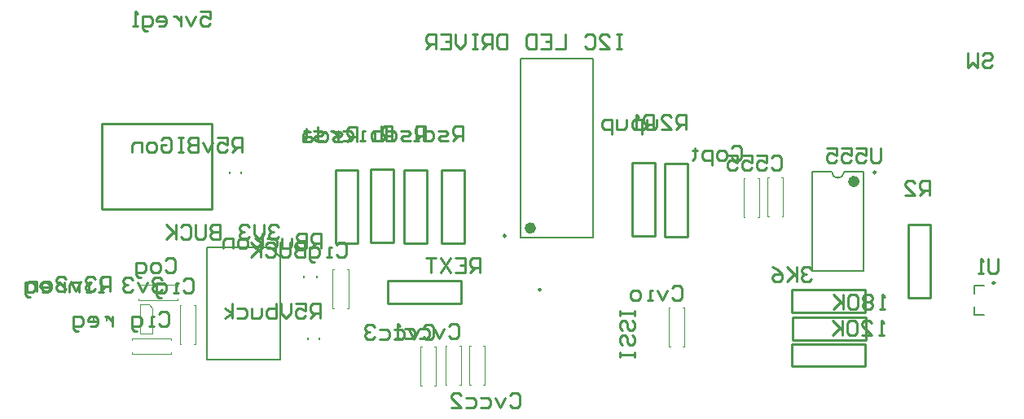
<source format=gbo>
G04 Layer_Color=13813960*
%FSLAX25Y25*%
%MOIN*%
G70*
G01*
G75*
%ADD14C,0.00787*%
%ADD35C,0.01000*%
%ADD36C,0.00984*%
%ADD62C,0.02362*%
%ADD63C,0.00300*%
%ADD64C,0.00200*%
D14*
X810098Y632480D02*
G03*
X815098Y632480I2500J0D01*
G01*
X682776Y605512D02*
Y678740D01*
X712500Y605512D02*
Y678740D01*
X682776Y605512D02*
X712500D01*
X682776Y678740D02*
X712500D01*
X868504Y573819D02*
Y577165D01*
Y573819D02*
X872441D01*
X868504Y582677D02*
Y586024D01*
X872441D01*
X600409Y563782D02*
Y564570D01*
X595881Y563782D02*
Y564570D01*
X513287Y571653D02*
Y572441D01*
X507972Y571653D02*
Y572441D01*
X802165Y591929D02*
X823032D01*
X802165Y632480D02*
X810098D01*
X815098D02*
X823032D01*
X802165Y591929D02*
Y632480D01*
X823032Y591929D02*
Y632480D01*
X568405Y631890D02*
Y632677D01*
X563878Y631890D02*
Y632677D01*
X580428Y601577D02*
X584365Y597640D01*
Y555514D02*
Y597640D01*
X554444Y601577D02*
X580428D01*
X554444Y555514D02*
Y601577D01*
Y555514D02*
X584365D01*
X599486Y589200D02*
Y589987D01*
X594171Y589200D02*
Y589987D01*
D35*
X690945Y584252D02*
G03*
X690945Y584252I-394J0D01*
G01*
X621508Y633643D02*
X630733D01*
Y603643D02*
Y633643D01*
X621508Y603643D02*
X630733D01*
X621508D02*
Y633643D01*
X606941Y633250D02*
X616166D01*
Y603250D02*
Y633250D01*
X606941Y603250D02*
X616166D01*
X606941D02*
Y633250D01*
X650423Y603367D02*
X659648D01*
X650423D02*
Y633367D01*
X659648D01*
Y603367D02*
Y633367D01*
X635068Y603367D02*
X644294D01*
X635068D02*
Y633367D01*
X644294D01*
Y603367D02*
Y633367D01*
X741813Y606010D02*
X751039D01*
X741813D02*
Y636010D01*
X751039D01*
Y606010D02*
Y636010D01*
X628307Y578571D02*
Y587796D01*
X658307D01*
Y578571D02*
Y587796D01*
X628307Y578571D02*
X658307D01*
X511358Y652382D02*
X556358D01*
X511358Y617382D02*
Y652382D01*
Y617382D02*
X556358D01*
Y652382D01*
X841338Y581063D02*
X850563D01*
X841338D02*
Y611063D01*
X850563D01*
Y581063D02*
Y611063D01*
X823661Y552755D02*
Y561980D01*
X793661Y552755D02*
X823661D01*
X793661D02*
Y561980D01*
X823661D01*
X728433Y606119D02*
X737658D01*
X728433D02*
Y636119D01*
X737658D01*
Y606119D02*
Y636119D01*
X823974Y563589D02*
Y572814D01*
X793974Y563589D02*
X823974D01*
X793974D02*
Y572814D01*
X823974D01*
X793661Y575028D02*
Y584253D01*
X823661D01*
Y575028D02*
Y584253D01*
X793661Y575028D02*
X823661D01*
X600595Y572626D02*
Y578624D01*
X597596D01*
X596596Y577624D01*
Y575625D01*
X597596Y574625D01*
X600595D01*
X598595D02*
X596596Y572626D01*
X590598Y578624D02*
X594597D01*
Y575625D01*
X592597Y576624D01*
X591598D01*
X590598Y575625D01*
Y573626D01*
X591598Y572626D01*
X593597D01*
X594597Y573626D01*
X588599Y578624D02*
Y574625D01*
X586599Y572626D01*
X584600Y574625D01*
Y578624D01*
X582600D02*
Y572626D01*
X579601D01*
X578602Y573626D01*
Y574625D01*
Y575625D01*
X579601Y576624D01*
X582600D01*
X576603D02*
Y573626D01*
X575603Y572626D01*
X572604D01*
Y576624D01*
X566606D02*
X569605D01*
X570604Y575625D01*
Y573626D01*
X569605Y572626D01*
X566606D01*
X564606D02*
Y578624D01*
Y574625D02*
X561607Y576624D01*
X564606Y574625D02*
X561607Y572626D01*
X568600Y640700D02*
Y646698D01*
X565601D01*
X564601Y645698D01*
Y643699D01*
X565601Y642699D01*
X568600D01*
X566601D02*
X564601Y640700D01*
X558603Y646698D02*
X562602D01*
Y643699D01*
X560603Y644699D01*
X559603D01*
X558603Y643699D01*
Y641700D01*
X559603Y640700D01*
X561602D01*
X562602Y641700D01*
X556604Y644699D02*
X554604Y640700D01*
X552605Y644699D01*
X550606Y646698D02*
Y640700D01*
X547607D01*
X546607Y641700D01*
Y642699D01*
X547607Y643699D01*
X550606D01*
X547607D01*
X546607Y644699D01*
Y645698D01*
X547607Y646698D01*
X550606D01*
X544608D02*
X542608D01*
X543608D01*
Y640700D01*
X544608D01*
X542608D01*
X535611Y645698D02*
X536610Y646698D01*
X538610D01*
X539609Y645698D01*
Y641700D01*
X538610Y640700D01*
X536610D01*
X535611Y641700D01*
Y643699D01*
X537610D01*
X532612Y640700D02*
X530612D01*
X529613Y641700D01*
Y643699D01*
X530612Y644699D01*
X532612D01*
X533611Y643699D01*
Y641700D01*
X532612Y640700D01*
X527613D02*
Y644699D01*
X524614D01*
X523615Y643699D01*
Y640700D01*
X536200Y588198D02*
X535200Y589198D01*
X533201D01*
X532201Y588198D01*
Y587199D01*
X533201Y586199D01*
X534201D01*
X533201D01*
X532201Y585199D01*
Y584200D01*
X533201Y583200D01*
X535200D01*
X536200Y584200D01*
X530202Y587199D02*
X528203Y583200D01*
X526203Y587199D01*
X524204Y588198D02*
X523204Y589198D01*
X521205D01*
X520205Y588198D01*
Y587199D01*
X521205Y586199D01*
X522204D01*
X521205D01*
X520205Y585199D01*
Y584200D01*
X521205Y583200D01*
X523204D01*
X524204Y584200D01*
X512208Y583200D02*
X510208D01*
X511208D01*
Y589198D01*
X512208D01*
X507209Y583200D02*
X505210D01*
X506210D01*
Y587199D01*
X507209D01*
X502211Y583200D02*
Y587199D01*
X499212D01*
X498212Y586199D01*
Y583200D01*
X496213Y587199D02*
Y583200D01*
Y585199D01*
X495213Y586199D01*
X494214Y587199D01*
X493214D01*
X487216Y583200D02*
X489215D01*
X490215Y584200D01*
Y586199D01*
X489215Y587199D01*
X487216D01*
X486216Y586199D01*
Y585199D01*
X490215D01*
X482218Y581201D02*
X481218D01*
X480218Y582200D01*
Y587199D01*
X483217D01*
X484217Y586199D01*
Y584200D01*
X483217Y583200D01*
X480218D01*
X801894Y592723D02*
X800895Y593722D01*
X798895D01*
X797896Y592723D01*
Y591723D01*
X798895Y590723D01*
X799895D01*
X798895D01*
X797896Y589724D01*
Y588724D01*
X798895Y587724D01*
X800895D01*
X801894Y588724D01*
X795896Y593722D02*
Y587724D01*
Y589724D01*
X791898Y593722D01*
X794897Y590723D01*
X791898Y587724D01*
X785900Y593722D02*
X787899Y592723D01*
X789898Y590723D01*
Y588724D01*
X788899Y587724D01*
X786899D01*
X785900Y588724D01*
Y589724D01*
X786899Y590723D01*
X789898D01*
X583800Y609998D02*
X582800Y610998D01*
X580801D01*
X579801Y609998D01*
Y608999D01*
X580801Y607999D01*
X581801D01*
X580801D01*
X579801Y606999D01*
Y606000D01*
X580801Y605000D01*
X582800D01*
X583800Y606000D01*
X577802Y610998D02*
Y606999D01*
X575803Y605000D01*
X573803Y606999D01*
Y610998D01*
X571804Y609998D02*
X570804Y610998D01*
X568805D01*
X567805Y609998D01*
Y608999D01*
X568805Y607999D01*
X569804D01*
X568805D01*
X567805Y606999D01*
Y606000D01*
X568805Y605000D01*
X570804D01*
X571804Y606000D01*
X559808Y610998D02*
Y605000D01*
X556809D01*
X555809Y606000D01*
Y606999D01*
X556809Y607999D01*
X559808D01*
X556809D01*
X555809Y608999D01*
Y609998D01*
X556809Y610998D01*
X559808D01*
X553810D02*
Y606000D01*
X552810Y605000D01*
X550811D01*
X549811Y606000D01*
Y610998D01*
X543813Y609998D02*
X544813Y610998D01*
X546812D01*
X547812Y609998D01*
Y606000D01*
X546812Y605000D01*
X544813D01*
X543813Y606000D01*
X541814Y610998D02*
Y605000D01*
Y606999D01*
X537815Y610998D01*
X540814Y607999D01*
X537815Y605000D01*
X551901Y698398D02*
X555900D01*
Y695399D01*
X553901Y696399D01*
X552901D01*
X551901Y695399D01*
Y693400D01*
X552901Y692400D01*
X554900D01*
X555900Y693400D01*
X549902Y696399D02*
X547903Y692400D01*
X545903Y696399D01*
X543904D02*
Y692400D01*
Y694399D01*
X542904Y695399D01*
X541904Y696399D01*
X540905D01*
X534907Y692400D02*
X536906D01*
X537906Y693400D01*
Y695399D01*
X536906Y696399D01*
X534907D01*
X533907Y695399D01*
Y694399D01*
X537906D01*
X529908Y690401D02*
X528909D01*
X527909Y691400D01*
Y696399D01*
X530908D01*
X531908Y695399D01*
Y693400D01*
X530908Y692400D01*
X527909D01*
X525910D02*
X523910D01*
X524910D01*
Y698398D01*
X525910Y697398D01*
X831394Y565524D02*
X829395D01*
X830395D01*
Y571523D01*
X831394Y570523D01*
X822397Y565524D02*
X826396D01*
X822397Y569523D01*
Y570523D01*
X823397Y571523D01*
X825396D01*
X826396Y570523D01*
X820398D02*
X819398Y571523D01*
X817399D01*
X816399Y570523D01*
Y566524D01*
X817399Y565524D01*
X819398D01*
X820398Y566524D01*
Y570523D01*
X814400Y571523D02*
Y565524D01*
Y567524D01*
X810401Y571523D01*
X813400Y568523D01*
X810401Y565524D01*
X831695Y576324D02*
X829695D01*
X830695D01*
Y582323D01*
X831695Y581323D01*
X826696D02*
X825696Y582323D01*
X823697D01*
X822697Y581323D01*
Y580323D01*
X823697Y579323D01*
X822697Y578324D01*
Y577324D01*
X823697Y576324D01*
X825696D01*
X826696Y577324D01*
Y578324D01*
X825696Y579323D01*
X826696Y580323D01*
Y581323D01*
X825696Y579323D02*
X823697D01*
X820698Y581323D02*
X819698Y582323D01*
X817699D01*
X816699Y581323D01*
Y577324D01*
X817699Y576324D01*
X819698D01*
X820698Y577324D01*
Y581323D01*
X814700Y582323D02*
Y576324D01*
Y578324D01*
X810701Y582323D01*
X813700Y579323D01*
X810701Y576324D01*
X785401Y638298D02*
X786401Y639298D01*
X788400D01*
X789400Y638298D01*
Y634300D01*
X788400Y633300D01*
X786401D01*
X785401Y634300D01*
X779403Y639298D02*
X783402D01*
Y636299D01*
X781403Y637299D01*
X780403D01*
X779403Y636299D01*
Y634300D01*
X780403Y633300D01*
X782402D01*
X783402Y634300D01*
X773405Y639298D02*
X777404D01*
Y636299D01*
X775405Y637299D01*
X774405D01*
X773405Y636299D01*
Y634300D01*
X774405Y633300D01*
X776404D01*
X777404Y634300D01*
X767407Y639298D02*
X771406D01*
Y636299D01*
X769407Y637299D01*
X768407D01*
X767407Y636299D01*
Y634300D01*
X768407Y633300D01*
X770406D01*
X771406Y634300D01*
X607401Y602698D02*
X608401Y603698D01*
X610400D01*
X611400Y602698D01*
Y598700D01*
X610400Y597700D01*
X608401D01*
X607401Y598700D01*
X605402Y597700D02*
X603403D01*
X604402D01*
Y601699D01*
X605402D01*
X598404Y595701D02*
X597404D01*
X596405Y596700D01*
Y601699D01*
X599404D01*
X600404Y600699D01*
Y598700D01*
X599404Y597700D01*
X596405D01*
X594406Y603698D02*
Y597700D01*
X591406D01*
X590407Y598700D01*
Y599699D01*
X591406Y600699D01*
X594406D01*
X591406D01*
X590407Y601699D01*
Y602698D01*
X591406Y603698D01*
X594406D01*
X588407D02*
Y598700D01*
X587408Y597700D01*
X585408D01*
X584409Y598700D01*
Y603698D01*
X578411Y602698D02*
X579410Y603698D01*
X581410D01*
X582409Y602698D01*
Y598700D01*
X581410Y597700D01*
X579410D01*
X578411Y598700D01*
X576411Y603698D02*
Y597700D01*
Y599699D01*
X572413Y603698D01*
X575412Y600699D01*
X572413Y597700D01*
X534801Y574398D02*
X535801Y575398D01*
X537800D01*
X538800Y574398D01*
Y570400D01*
X537800Y569400D01*
X535801D01*
X534801Y570400D01*
X532802Y569400D02*
X530803D01*
X531802D01*
Y573399D01*
X532802D01*
X525804Y567401D02*
X524804D01*
X523805Y568400D01*
Y573399D01*
X526804D01*
X527804Y572399D01*
Y570400D01*
X526804Y569400D01*
X523805D01*
X515807Y573399D02*
Y569400D01*
Y571399D01*
X514808Y572399D01*
X513808Y573399D01*
X512808D01*
X506810Y569400D02*
X508810D01*
X509809Y570400D01*
Y572399D01*
X508810Y573399D01*
X506810D01*
X505811Y572399D01*
Y571399D01*
X509809D01*
X501812Y567401D02*
X500812D01*
X499813Y568400D01*
Y573399D01*
X502812D01*
X503811Y572399D01*
Y570400D01*
X502812Y569400D01*
X499813D01*
X544801Y587998D02*
X545801Y588998D01*
X547800D01*
X548800Y587998D01*
Y584000D01*
X547800Y583000D01*
X545801D01*
X544801Y584000D01*
X542802Y583000D02*
X540803D01*
X541802D01*
Y586999D01*
X542802D01*
X535804Y581001D02*
X534804D01*
X533805Y582000D01*
Y586999D01*
X536804D01*
X537804Y585999D01*
Y584000D01*
X536804Y583000D01*
X533805D01*
X537501Y596398D02*
X538501Y597398D01*
X540500D01*
X541500Y596398D01*
Y592400D01*
X540500Y591400D01*
X538501D01*
X537501Y592400D01*
X534502Y591400D02*
X532503D01*
X531503Y592400D01*
Y594399D01*
X532503Y595399D01*
X534502D01*
X535502Y594399D01*
Y592400D01*
X534502Y591400D01*
X527504Y589401D02*
X526505D01*
X525505Y590400D01*
Y595399D01*
X528504D01*
X529504Y594399D01*
Y592400D01*
X528504Y591400D01*
X525505D01*
X769185Y642237D02*
X770185Y643237D01*
X772185D01*
X773184Y642237D01*
Y638238D01*
X772185Y637239D01*
X770185D01*
X769185Y638238D01*
X766187Y637239D02*
X764187D01*
X763188Y638238D01*
Y640238D01*
X764187Y641237D01*
X766187D01*
X767186Y640238D01*
Y638238D01*
X766187Y637239D01*
X761188Y635239D02*
Y641237D01*
X758189D01*
X757189Y640238D01*
Y638238D01*
X758189Y637239D01*
X761188D01*
X754190Y642237D02*
Y641237D01*
X755190D01*
X753191D01*
X754190D01*
Y638238D01*
X753191Y637239D01*
X653501Y569398D02*
X654501Y570398D01*
X656500D01*
X657500Y569398D01*
Y565400D01*
X656500Y564400D01*
X654501D01*
X653501Y565400D01*
X651502Y568399D02*
X649503Y564400D01*
X647503Y568399D01*
X641505D02*
X644504D01*
X645504Y567399D01*
Y565400D01*
X644504Y564400D01*
X641505D01*
X635507Y568399D02*
X638506D01*
X639506Y567399D01*
Y565400D01*
X638506Y564400D01*
X635507D01*
X633508D02*
X631508D01*
X632508D01*
Y570398D01*
X633508Y569398D01*
X678285Y540825D02*
X679284Y541825D01*
X681284D01*
X682283Y540825D01*
Y536827D01*
X681284Y535827D01*
X679284D01*
X678285Y536827D01*
X676285Y539825D02*
X674286Y535827D01*
X672287Y539825D01*
X666289D02*
X669288D01*
X670287Y538826D01*
Y536827D01*
X669288Y535827D01*
X666289D01*
X660291Y539825D02*
X663290D01*
X664289Y538826D01*
Y536827D01*
X663290Y535827D01*
X660291D01*
X654292D02*
X658291D01*
X654292Y539825D01*
Y540825D01*
X655292Y541825D01*
X657292D01*
X658291Y540825D01*
X643201Y568998D02*
X644201Y569998D01*
X646200D01*
X647200Y568998D01*
Y565000D01*
X646200Y564000D01*
X644201D01*
X643201Y565000D01*
X641202Y567999D02*
X639203Y564000D01*
X637203Y567999D01*
X631205D02*
X634204D01*
X635204Y566999D01*
Y565000D01*
X634204Y564000D01*
X631205D01*
X625207Y567999D02*
X628206D01*
X629206Y566999D01*
Y565000D01*
X628206Y564000D01*
X625207D01*
X623208Y568998D02*
X622208Y569998D01*
X620209D01*
X619209Y568998D01*
Y567999D01*
X620209Y566999D01*
X621208D01*
X620209D01*
X619209Y565999D01*
Y565000D01*
X620209Y564000D01*
X622208D01*
X623208Y565000D01*
X744801Y584898D02*
X745801Y585898D01*
X747800D01*
X748800Y584898D01*
Y580900D01*
X747800Y579900D01*
X745801D01*
X744801Y580900D01*
X742802Y583899D02*
X740803Y579900D01*
X738803Y583899D01*
X736804Y579900D02*
X734804D01*
X735804D01*
Y583899D01*
X736804D01*
X730806Y579900D02*
X728806D01*
X727807Y580900D01*
Y582899D01*
X728806Y583899D01*
X730806D01*
X731806Y582899D01*
Y580900D01*
X730806Y579900D01*
X724200Y688998D02*
X722201D01*
X723200D01*
Y683000D01*
X724200D01*
X722201D01*
X715203D02*
X719202D01*
X715203Y686999D01*
Y687998D01*
X716203Y688998D01*
X718202D01*
X719202Y687998D01*
X709205D02*
X710205Y688998D01*
X712204D01*
X713204Y687998D01*
Y684000D01*
X712204Y683000D01*
X710205D01*
X709205Y684000D01*
X701207Y688998D02*
Y683000D01*
X697209D01*
X691211Y688998D02*
X695209D01*
Y683000D01*
X691211D01*
X695209Y685999D02*
X693210D01*
X689211Y688998D02*
Y683000D01*
X686212D01*
X685213Y684000D01*
Y687998D01*
X686212Y688998D01*
X689211D01*
X677215D02*
Y683000D01*
X674216D01*
X673216Y684000D01*
Y687998D01*
X674216Y688998D01*
X677215D01*
X671217Y683000D02*
Y688998D01*
X668218D01*
X667218Y687998D01*
Y685999D01*
X668218Y684999D01*
X671217D01*
X669218D02*
X667218Y683000D01*
X665219Y688998D02*
X663220D01*
X664219D01*
Y683000D01*
X665219D01*
X663220D01*
X660221Y688998D02*
Y684999D01*
X658221Y683000D01*
X656222Y684999D01*
Y688998D01*
X650224D02*
X654223D01*
Y683000D01*
X650224D01*
X654223Y685999D02*
X652223D01*
X648225Y683000D02*
Y688998D01*
X645226D01*
X644226Y687998D01*
Y685999D01*
X645226Y684999D01*
X648225D01*
X646225D02*
X644226Y683000D01*
X729512Y556698D02*
Y558697D01*
Y557697D01*
X723514D01*
Y556698D01*
Y558697D01*
X728512Y565695D02*
X729512Y564695D01*
Y562696D01*
X728512Y561696D01*
X727513D01*
X726513Y562696D01*
Y564695D01*
X725513Y565695D01*
X724514D01*
X723514Y564695D01*
Y562696D01*
X724514Y561696D01*
X728512Y571693D02*
X729512Y570693D01*
Y568694D01*
X728512Y567694D01*
X727513D01*
X726513Y568694D01*
Y570693D01*
X725513Y571693D01*
X724514D01*
X723514Y570693D01*
Y568694D01*
X724514Y567694D01*
X729512Y573692D02*
Y575692D01*
Y574692D01*
X723514D01*
Y573692D01*
Y575692D01*
X737200Y649900D02*
Y655898D01*
X734201D01*
X733201Y654898D01*
Y652899D01*
X734201Y651899D01*
X737200D01*
X735201D02*
X733201Y649900D01*
X731202D02*
X729203D01*
X730202D01*
Y655898D01*
X731202Y654898D01*
X726204Y653899D02*
Y650900D01*
X725204Y649900D01*
X722205D01*
Y653899D01*
X720205Y647901D02*
Y653899D01*
X717206D01*
X716207Y652899D01*
Y650900D01*
X717206Y649900D01*
X720205D01*
X750500Y649800D02*
Y655798D01*
X747501D01*
X746501Y654798D01*
Y652799D01*
X747501Y651799D01*
X750500D01*
X748501D02*
X746501Y649800D01*
X740503D02*
X744502D01*
X740503Y653799D01*
Y654798D01*
X741503Y655798D01*
X743502D01*
X744502Y654798D01*
X738504Y653799D02*
Y650800D01*
X737504Y649800D01*
X734505D01*
Y653799D01*
X732506Y647801D02*
Y653799D01*
X729507D01*
X728507Y652799D01*
Y650800D01*
X729507Y649800D01*
X732506D01*
X850100Y622800D02*
Y628798D01*
X847101D01*
X846101Y627798D01*
Y625799D01*
X847101Y624799D01*
X850100D01*
X848101D02*
X846101Y622800D01*
X840103D02*
X844102D01*
X840103Y626799D01*
Y627798D01*
X841103Y628798D01*
X843102D01*
X844102Y627798D01*
X514800Y583600D02*
Y589598D01*
X511801D01*
X510801Y588598D01*
Y586599D01*
X511801Y585599D01*
X514800D01*
X512801D02*
X510801Y583600D01*
X508802Y588598D02*
X507802Y589598D01*
X505803D01*
X504803Y588598D01*
Y587599D01*
X505803Y586599D01*
X506803D01*
X505803D01*
X504803Y585599D01*
Y584600D01*
X505803Y583600D01*
X507802D01*
X508802Y584600D01*
X502804Y587599D02*
X500805Y583600D01*
X498805Y587599D01*
X496806Y588598D02*
X495806Y589598D01*
X493807D01*
X492807Y588598D01*
Y587599D01*
X493807Y586599D01*
X494806D01*
X493807D01*
X492807Y585599D01*
Y584600D01*
X493807Y583600D01*
X495806D01*
X496806Y584600D01*
X489808Y583600D02*
X487809D01*
X486809Y584600D01*
Y586599D01*
X487809Y587599D01*
X489808D01*
X490808Y586599D01*
Y584600D01*
X489808Y583600D01*
X484810D02*
Y587599D01*
X481811D01*
X480811Y586599D01*
Y583600D01*
X601025Y601180D02*
Y607178D01*
X598026D01*
X597026Y606179D01*
Y604179D01*
X598026Y603180D01*
X601025D01*
X599026D02*
X597026Y601180D01*
X595027Y607178D02*
Y601180D01*
X592028D01*
X591028Y602180D01*
Y603180D01*
X592028Y604179D01*
X595027D01*
X592028D01*
X591028Y605179D01*
Y606179D01*
X592028Y607178D01*
X595027D01*
X589029Y605179D02*
Y602180D01*
X588029Y601180D01*
X585030D01*
Y605179D01*
X579032D02*
X582031D01*
X583031Y604179D01*
Y602180D01*
X582031Y601180D01*
X579032D01*
X577033D02*
Y607178D01*
Y603180D02*
X574034Y605179D01*
X577033Y603180D02*
X574034Y601180D01*
X570035D02*
X568036D01*
X567036Y602180D01*
Y604179D01*
X568036Y605179D01*
X570035D01*
X571035Y604179D01*
Y602180D01*
X570035Y601180D01*
X565037D02*
Y605179D01*
X562038D01*
X561038Y604179D01*
Y601180D01*
X666100Y591300D02*
Y597298D01*
X663101D01*
X662101Y596298D01*
Y594299D01*
X663101Y593299D01*
X666100D01*
X664101D02*
X662101Y591300D01*
X656103Y597298D02*
X660102D01*
Y591300D01*
X656103D01*
X660102Y594299D02*
X658103D01*
X654104Y597298D02*
X650105Y591300D01*
Y597298D02*
X654104Y591300D01*
X648106Y597298D02*
X644107D01*
X646106D01*
Y591300D01*
X630200Y645400D02*
Y651398D01*
X627201D01*
X626201Y650398D01*
Y648399D01*
X627201Y647399D01*
X630200D01*
X628201D02*
X626201Y645400D01*
X624202D02*
X622203D01*
X623202D01*
Y649399D01*
X624202D01*
X619204Y645400D02*
X617204D01*
X618204D01*
Y649399D01*
X619204D01*
X610207D02*
X613205D01*
X614205Y648399D01*
Y646400D01*
X613205Y645400D01*
X610207D01*
X608207Y649399D02*
Y645400D01*
Y647399D01*
X607207Y648399D01*
X606208Y649399D01*
X605208D01*
X602209Y645400D02*
X599210D01*
X598210Y646400D01*
X599210Y647399D01*
X601209D01*
X602209Y648399D01*
X601209Y649399D01*
X598210D01*
X595211Y650398D02*
Y649399D01*
X596211D01*
X594212D01*
X595211D01*
Y646400D01*
X594212Y645400D01*
X615700Y645000D02*
Y650998D01*
X612701D01*
X611701Y649998D01*
Y647999D01*
X612701Y646999D01*
X615700D01*
X613701D02*
X611701Y645000D01*
X609702D02*
X606703D01*
X605703Y646000D01*
X606703Y646999D01*
X608702D01*
X609702Y647999D01*
X608702Y648999D01*
X605703D01*
X599705Y650998D02*
Y645000D01*
X602704D01*
X603704Y646000D01*
Y647999D01*
X602704Y648999D01*
X599705D01*
X596706D02*
X594707D01*
X593707Y647999D01*
Y645000D01*
X596706D01*
X597706Y646000D01*
X596706Y646999D01*
X593707D01*
X643800Y645100D02*
Y651098D01*
X640801D01*
X639801Y650098D01*
Y648099D01*
X640801Y647099D01*
X643800D01*
X641801D02*
X639801Y645100D01*
X637802D02*
X634803D01*
X633803Y646100D01*
X634803Y647099D01*
X636802D01*
X637802Y648099D01*
X636802Y649099D01*
X633803D01*
X627805Y651098D02*
Y645100D01*
X630804D01*
X631804Y646100D01*
Y648099D01*
X630804Y649099D01*
X627805D01*
X625806Y651098D02*
Y645100D01*
X622807D01*
X621807Y646100D01*
Y647099D01*
Y648099D01*
X622807Y649099D01*
X625806D01*
X659100Y645100D02*
Y651098D01*
X656101D01*
X655101Y650098D01*
Y648099D01*
X656101Y647099D01*
X659100D01*
X657101D02*
X655101Y645100D01*
X653102D02*
X650103D01*
X649103Y646100D01*
X650103Y647099D01*
X652102D01*
X653102Y648099D01*
X652102Y649099D01*
X649103D01*
X643105Y651098D02*
Y645100D01*
X646104D01*
X647104Y646100D01*
Y648099D01*
X646104Y649099D01*
X643105D01*
X641106Y645100D02*
X639107D01*
X640106D01*
Y651098D01*
X641106D01*
X871801Y680098D02*
X872801Y681098D01*
X874800D01*
X875800Y680098D01*
Y679099D01*
X874800Y678099D01*
X872801D01*
X871801Y677099D01*
Y676100D01*
X872801Y675100D01*
X874800D01*
X875800Y676100D01*
X869802Y681098D02*
Y675100D01*
X867803Y677099D01*
X865803Y675100D01*
Y681098D01*
X878200Y596998D02*
Y592000D01*
X877200Y591000D01*
X875201D01*
X874201Y592000D01*
Y596998D01*
X872202Y591000D02*
X870203D01*
X871202D01*
Y596998D01*
X872202Y595998D01*
X830000Y642298D02*
Y637300D01*
X829000Y636300D01*
X827001D01*
X826001Y637300D01*
Y642298D01*
X820003D02*
X824002D01*
Y639299D01*
X822003Y640299D01*
X821003D01*
X820003Y639299D01*
Y637300D01*
X821003Y636300D01*
X823002D01*
X824002Y637300D01*
X814005Y642298D02*
X818004D01*
Y639299D01*
X816004Y640299D01*
X815005D01*
X814005Y639299D01*
Y637300D01*
X815005Y636300D01*
X817004D01*
X818004Y637300D01*
X808007Y642298D02*
X812006D01*
Y639299D01*
X810007Y640299D01*
X809007D01*
X808007Y639299D01*
Y637300D01*
X809007Y636300D01*
X811006D01*
X812006Y637300D01*
D36*
X676673Y606280D02*
G03*
X676673Y606280I-492J0D01*
G01*
X876870Y587008D02*
G03*
X876870Y587008I-492J0D01*
G01*
X828091Y632323D02*
G03*
X828091Y632323I-492J0D01*
G01*
D62*
X687894Y609449D02*
G03*
X687894Y609449I-1181J0D01*
G01*
X820276Y628543D02*
G03*
X820276Y628543I-1181J0D01*
G01*
D63*
X539614Y563624D02*
Y564224D01*
X523614Y563624D02*
Y564224D01*
Y557824D02*
Y558424D01*
X539614Y557824D02*
Y558524D01*
X523614Y557824D02*
X539614D01*
X523614Y564224D02*
X539614D01*
X749057Y560780D02*
X749657D01*
X749057Y576780D02*
X749657D01*
X743257D02*
X743857D01*
X743257Y560780D02*
X743957D01*
X743257D02*
Y576780D01*
X749657Y560780D02*
Y576780D01*
X651918Y561268D02*
X652518D01*
X651918Y545268D02*
X652518D01*
X657718D02*
X658318D01*
X657618Y561268D02*
X658318D01*
Y545268D02*
Y561268D01*
X651918Y545268D02*
Y561268D01*
X542370Y585671D02*
Y586271D01*
X526370Y585671D02*
Y586271D01*
Y579871D02*
Y580471D01*
X542370Y579871D02*
Y580571D01*
X526370Y579871D02*
X542370D01*
X526370Y586271D02*
X542370D01*
X543257Y577803D02*
X543857D01*
X543257Y561803D02*
X543857D01*
X549057D02*
X549657D01*
X548957Y577803D02*
X549657D01*
Y561803D02*
Y577803D01*
X543257Y561803D02*
Y577803D01*
X611655Y576528D02*
X612255D01*
X611655Y592528D02*
X612255D01*
X605855D02*
X606455D01*
X605855Y576528D02*
X606555D01*
X605855D02*
Y592528D01*
X612255Y576528D02*
Y592528D01*
X783808Y630165D02*
X784408D01*
X783808Y614165D02*
X784408D01*
X789608D02*
X790208D01*
X789508Y630165D02*
X790208D01*
Y614165D02*
Y630165D01*
X783808Y614165D02*
Y630165D01*
X773965Y629772D02*
X774565D01*
X773965Y613772D02*
X774565D01*
X779765D02*
X780365D01*
X779665Y629772D02*
X780365D01*
Y613772D02*
Y629772D01*
X773965Y613772D02*
Y629772D01*
X661761Y561268D02*
X662361D01*
X661761Y545268D02*
X662361D01*
X667561D02*
X668161D01*
X667461Y561268D02*
X668161D01*
Y545268D02*
Y561268D01*
X661761Y545268D02*
Y561268D01*
X641682Y560874D02*
X642282D01*
X641682Y544874D02*
X642282D01*
X647482D02*
X648082D01*
X647382Y560874D02*
X648082D01*
Y544874D02*
Y560874D01*
X641682Y544874D02*
Y560874D01*
D64*
X527146Y566091D02*
Y578091D01*
Y566091D02*
X532146D01*
Y576591D01*
X530646Y578091D02*
X532146Y576591D01*
X527146Y578091D02*
X530646D01*
M02*

</source>
